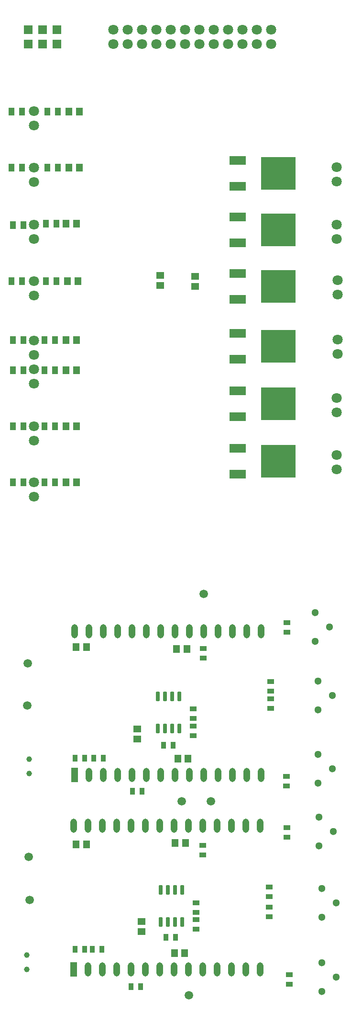
<source format=gbr>
G04 Layer_Color=255*
%FSLAX26Y26*%
%MOIN*%
%TF.FileFunction,Pads,Bot*%
%TF.Part,Single*%
G01*
G75*
%TA.AperFunction,SMDPad,CuDef*%
%ADD12R,0.033465X0.051181*%
%ADD13R,0.051181X0.033465*%
%ADD16R,0.057087X0.045276*%
%ADD17R,0.045276X0.057087*%
%TA.AperFunction,ComponentPad*%
%ADD21C,0.059055*%
%ADD22C,0.070866*%
%ADD23R,0.060000X0.060000*%
%ADD24C,0.051181*%
%ADD25C,0.039370*%
%ADD26O,0.047244X0.098425*%
%ADD27R,0.047244X0.098425*%
%TA.AperFunction,SMDPad,CuDef*%
%ADD42R,0.118110X0.062992*%
%ADD43R,0.244095X0.228346*%
G04:AMPARAMS|DCode=44|XSize=25.591mil|YSize=64.961mil|CornerRadius=1.919mil|HoleSize=0mil|Usage=FLASHONLY|Rotation=180.000|XOffset=0mil|YOffset=0mil|HoleType=Round|Shape=RoundedRectangle|*
%AMROUNDEDRECTD44*
21,1,0.025591,0.061122,0,0,180.0*
21,1,0.021752,0.064961,0,0,180.0*
1,1,0.003839,-0.010876,0.030561*
1,1,0.003839,0.010876,0.030561*
1,1,0.003839,0.010876,-0.030561*
1,1,0.003839,-0.010876,-0.030561*
%
%ADD44ROUNDEDRECTD44*%
%ADD45R,0.041339X0.055118*%
D12*
X733466Y400000D02*
D03*
X666536D02*
D03*
X546536D02*
D03*
X613464D02*
D03*
X743466Y1730000D02*
D03*
X676536D02*
D03*
X1180040Y483402D02*
D03*
X1246968D02*
D03*
X1162040Y1820402D02*
D03*
X1228968D02*
D03*
X1003464Y140000D02*
D03*
X936536D02*
D03*
X1013464Y1500000D02*
D03*
X946536D02*
D03*
X613464Y1730000D02*
D03*
X546536D02*
D03*
D13*
X2025000Y1181535D02*
D03*
Y1248465D02*
D03*
Y2606535D02*
D03*
Y2673465D02*
D03*
X1900002Y626536D02*
D03*
Y693466D02*
D03*
X1910000Y2263466D02*
D03*
Y2196536D02*
D03*
X1369504Y1886936D02*
D03*
Y1953866D02*
D03*
X1370000Y2006536D02*
D03*
Y2073466D02*
D03*
X1390000Y656536D02*
D03*
Y723466D02*
D03*
X1389504Y539936D02*
D03*
Y606866D02*
D03*
X1438504Y1056938D02*
D03*
Y1123868D02*
D03*
X2040000Y223464D02*
D03*
Y156536D02*
D03*
X2020000Y1603466D02*
D03*
Y1536536D02*
D03*
X1910000Y2143464D02*
D03*
Y2076536D02*
D03*
X1900000Y766536D02*
D03*
Y833466D02*
D03*
X1440000Y2426536D02*
D03*
Y2493464D02*
D03*
D16*
X1385000Y5014568D02*
D03*
Y5085434D02*
D03*
X980000Y1864568D02*
D03*
Y1935434D02*
D03*
X1010000Y524568D02*
D03*
Y595434D02*
D03*
X1139820Y5019814D02*
D03*
Y5090680D02*
D03*
D17*
X1334938Y1728402D02*
D03*
X1264070D02*
D03*
X554584Y2503250D02*
D03*
X625450D02*
D03*
X554568Y1130000D02*
D03*
X625434D02*
D03*
X1310434Y375000D02*
D03*
X1239568D02*
D03*
X1315434Y1140000D02*
D03*
X1244568D02*
D03*
X1325434Y2490000D02*
D03*
X1254568D02*
D03*
X575434Y6230000D02*
D03*
X504568D02*
D03*
X575434Y5840000D02*
D03*
X504568D02*
D03*
X555434Y5450000D02*
D03*
X484568D02*
D03*
X565434Y5050000D02*
D03*
X494568D02*
D03*
X555434Y4430000D02*
D03*
X484568D02*
D03*
X555434Y4640000D02*
D03*
X484568D02*
D03*
X555434Y4040000D02*
D03*
X484568D02*
D03*
X555434Y3650000D02*
D03*
X484568D02*
D03*
D21*
X218000Y2391000D02*
D03*
X215000Y2096000D02*
D03*
X1340000Y80000D02*
D03*
X1445000Y2875000D02*
D03*
X1290000Y1430000D02*
D03*
X230000Y745000D02*
D03*
X225000Y1045000D02*
D03*
X1495000Y1430000D02*
D03*
D22*
X1914504Y6701402D02*
D03*
Y6801402D02*
D03*
X814504Y6701402D02*
D03*
X914504D02*
D03*
X1014504D02*
D03*
X1114504D02*
D03*
X1214504D02*
D03*
X1314504D02*
D03*
X1414504D02*
D03*
X1514504D02*
D03*
X1614504D02*
D03*
X1714504D02*
D03*
X814504Y6801402D02*
D03*
X914504D02*
D03*
X1014504D02*
D03*
X1114504D02*
D03*
X1214504D02*
D03*
X1314504D02*
D03*
X1414504D02*
D03*
X1514504D02*
D03*
X1614504D02*
D03*
X1714504D02*
D03*
X1814504D02*
D03*
Y6701402D02*
D03*
X2370018Y3740444D02*
D03*
Y3840444D02*
D03*
X259782Y4337568D02*
D03*
Y4437568D02*
D03*
Y4537568D02*
D03*
Y4637568D02*
D03*
X2375924Y4543868D02*
D03*
Y4643868D02*
D03*
Y4957254D02*
D03*
Y5057254D02*
D03*
X2370018Y4138358D02*
D03*
Y4238358D02*
D03*
Y5743250D02*
D03*
Y5843250D02*
D03*
X259782Y3551742D02*
D03*
Y3651742D02*
D03*
X2370018Y5345706D02*
D03*
Y5445706D02*
D03*
X259782Y3941506D02*
D03*
Y4041506D02*
D03*
Y5740062D02*
D03*
Y5840062D02*
D03*
Y5345706D02*
D03*
Y5445706D02*
D03*
Y4951348D02*
D03*
Y5051348D02*
D03*
Y6134418D02*
D03*
Y6234418D02*
D03*
D23*
X220412Y6700168D02*
D03*
X320412D02*
D03*
X420412D02*
D03*
Y6800168D02*
D03*
X320412D02*
D03*
X220412D02*
D03*
D24*
X2221504Y2743402D02*
D03*
Y2543402D02*
D03*
X2321504Y2643402D02*
D03*
X2248504Y1321250D02*
D03*
Y1121250D02*
D03*
X2348504Y1221250D02*
D03*
X2240504Y2267402D02*
D03*
Y2067402D02*
D03*
X2340504Y2167402D02*
D03*
X2267504Y823390D02*
D03*
Y623390D02*
D03*
X2367504Y723390D02*
D03*
X2240504Y1757402D02*
D03*
Y1557402D02*
D03*
X2340504Y1657402D02*
D03*
X2267504Y307402D02*
D03*
Y107402D02*
D03*
X2367504Y207402D02*
D03*
D25*
X209504Y359402D02*
D03*
Y259402D02*
D03*
X225504Y1724402D02*
D03*
Y1624402D02*
D03*
D26*
X1838324Y1260208D02*
D03*
X1738324D02*
D03*
X1638324D02*
D03*
X1538324D02*
D03*
X1438324D02*
D03*
X1338324D02*
D03*
X1238324D02*
D03*
X1138324D02*
D03*
X1038324D02*
D03*
X938324D02*
D03*
X838324D02*
D03*
X738324D02*
D03*
X638324D02*
D03*
X538324D02*
D03*
X1838324Y260208D02*
D03*
X1738324D02*
D03*
X1638324D02*
D03*
X1538324D02*
D03*
X1438324D02*
D03*
X1338324D02*
D03*
X1238324D02*
D03*
X1138324D02*
D03*
X1038324D02*
D03*
X938324D02*
D03*
X838324D02*
D03*
X738324D02*
D03*
X638324D02*
D03*
X643246Y1613554D02*
D03*
X743246D02*
D03*
X843246D02*
D03*
X943246D02*
D03*
X1043246D02*
D03*
X1143246D02*
D03*
X1243246D02*
D03*
X1343246D02*
D03*
X1443246D02*
D03*
X1543246D02*
D03*
X1643246D02*
D03*
X1743246D02*
D03*
X1843246D02*
D03*
X543246Y2613554D02*
D03*
X643246D02*
D03*
X743246D02*
D03*
X843246D02*
D03*
X943246D02*
D03*
X1043246D02*
D03*
X1143246D02*
D03*
X1243246D02*
D03*
X1343246D02*
D03*
X1443246D02*
D03*
X1543246D02*
D03*
X1643246D02*
D03*
X1743246D02*
D03*
X1843246D02*
D03*
D27*
X538324Y260208D02*
D03*
X543246Y1613554D02*
D03*
D42*
X1681042Y4106350D02*
D03*
Y4286664D02*
D03*
Y3708436D02*
D03*
Y3888752D02*
D03*
X1681040Y5711244D02*
D03*
Y5891558D02*
D03*
Y5316884D02*
D03*
Y5497200D02*
D03*
Y4508750D02*
D03*
Y4689066D02*
D03*
Y4922528D02*
D03*
Y5102844D02*
D03*
D43*
X1964506Y4196508D02*
D03*
Y3798594D02*
D03*
X1964504Y5801402D02*
D03*
Y5407042D02*
D03*
Y4598908D02*
D03*
Y5012686D02*
D03*
D44*
X1122504Y2159624D02*
D03*
X1172504D02*
D03*
X1222504D02*
D03*
X1272504D02*
D03*
X1122504Y1937182D02*
D03*
X1172504D02*
D03*
X1222504D02*
D03*
X1272504D02*
D03*
X1145018Y814472D02*
D03*
X1195018D02*
D03*
X1245018D02*
D03*
X1295018D02*
D03*
X1145018Y592030D02*
D03*
X1195018D02*
D03*
X1245018D02*
D03*
X1295018D02*
D03*
D45*
X177402Y6230000D02*
D03*
X102598D02*
D03*
X352598D02*
D03*
X427402D02*
D03*
X102598Y5840000D02*
D03*
X177402D02*
D03*
X352598D02*
D03*
X427402D02*
D03*
X342598Y5450000D02*
D03*
X417402D02*
D03*
X112598Y5440000D02*
D03*
X187402D02*
D03*
X102598Y5050002D02*
D03*
X177402D02*
D03*
X342598Y5050000D02*
D03*
X417402D02*
D03*
X112598Y4640002D02*
D03*
X187402D02*
D03*
X112598Y4430002D02*
D03*
X187402D02*
D03*
X332598Y4430000D02*
D03*
X407402D02*
D03*
X332598Y4640000D02*
D03*
X407402D02*
D03*
X112598Y4040002D02*
D03*
X187402D02*
D03*
X332598Y4040000D02*
D03*
X407402D02*
D03*
X112598Y3650000D02*
D03*
X187402D02*
D03*
X332598D02*
D03*
X407402D02*
D03*
%TF.MD5,ca9ff9381cd6025e24ad76c81ec39047*%
M02*

</source>
